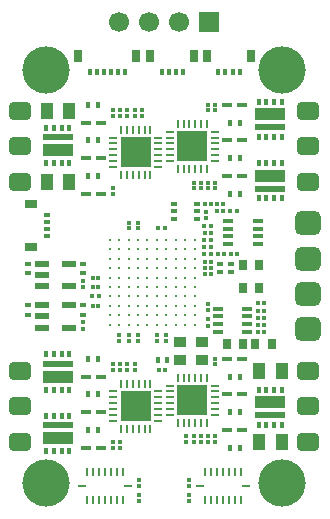
<source format=gbr>
G04*
G04 #@! TF.GenerationSoftware,Altium Limited,Altium Designer,24.8.2 (39)*
G04*
G04 Layer_Color=255*
%FSLAX25Y25*%
%MOIN*%
G70*
G04*
G04 #@! TF.SameCoordinates,487F02F3-95FA-4862-9DB4-007DCD7F3BB9*
G04*
G04*
G04 #@! TF.FilePolarity,Positive*
G04*
G01*
G75*
%ADD17R,0.01575X0.02362*%
%ADD18R,0.02756X0.04134*%
%ADD19R,0.04134X0.02756*%
%ADD20R,0.02362X0.01575*%
%ADD21R,0.02362X0.01654*%
%ADD22R,0.03661X0.01417*%
%ADD23R,0.09843X0.01968*%
%ADD24R,0.09843X0.03937*%
%ADD25R,0.04555X0.01929*%
%ADD26R,0.04626X0.01929*%
%ADD27R,0.03543X0.01772*%
G04:AMPARAMS|DCode=28|XSize=14.33mil|YSize=19.68mil|CornerRadius=3.58mil|HoleSize=0mil|Usage=FLASHONLY|Rotation=90.000|XOffset=0mil|YOffset=0mil|HoleType=Round|Shape=RoundedRectangle|*
%AMROUNDEDRECTD28*
21,1,0.01433,0.01252,0,0,90.0*
21,1,0.00717,0.01968,0,0,90.0*
1,1,0.00717,0.00626,0.00358*
1,1,0.00717,0.00626,-0.00358*
1,1,0.00717,-0.00626,-0.00358*
1,1,0.00717,-0.00626,0.00358*
%
%ADD28ROUNDEDRECTD28*%
%ADD29R,0.03150X0.00984*%
%ADD30R,0.00984X0.03150*%
%ADD31R,0.01575X0.02126*%
%ADD32R,0.03937X0.03543*%
%ADD33R,0.03937X0.05315*%
%ADD34R,0.02126X0.01575*%
%ADD35R,0.02756X0.03543*%
%ADD76R,0.01276X0.01451*%
%ADD77R,0.10039X0.10039*%
%ADD78R,0.01102X0.02618*%
%ADD79R,0.02618X0.01102*%
%ADD80R,0.01193X0.01276*%
%ADD81R,0.01451X0.01276*%
%ADD82R,0.01276X0.01193*%
%ADD83C,0.01260*%
%ADD85R,0.06693X0.06693*%
%ADD86C,0.06693*%
%ADD87C,0.15748*%
G04:AMPARAMS|DCode=88|XSize=86.61mil|YSize=78.74mil|CornerRadius=19.68mil|HoleSize=0mil|Usage=FLASHONLY|Rotation=0.000|XOffset=0mil|YOffset=0mil|HoleType=Round|Shape=RoundedRectangle|*
%AMROUNDEDRECTD88*
21,1,0.08661,0.03937,0,0,0.0*
21,1,0.04724,0.07874,0,0,0.0*
1,1,0.03937,0.02362,-0.01968*
1,1,0.03937,-0.02362,-0.01968*
1,1,0.03937,-0.02362,0.01968*
1,1,0.03937,0.02362,0.01968*
%
%ADD88ROUNDEDRECTD88*%
G04:AMPARAMS|DCode=89|XSize=74.8mil|YSize=59.06mil|CornerRadius=14.76mil|HoleSize=0mil|Usage=FLASHONLY|Rotation=0.000|XOffset=0mil|YOffset=0mil|HoleType=Round|Shape=RoundedRectangle|*
%AMROUNDEDRECTD89*
21,1,0.07480,0.02953,0,0,0.0*
21,1,0.04528,0.05906,0,0,0.0*
1,1,0.02953,0.02264,-0.01476*
1,1,0.02953,-0.02264,-0.01476*
1,1,0.02953,-0.02264,0.01476*
1,1,0.02953,0.02264,0.01476*
%
%ADD89ROUNDEDRECTD89*%
D17*
X26378Y148868D02*
D03*
X28741D02*
D03*
X31102D02*
D03*
X33465D02*
D03*
X35827D02*
D03*
X38189D02*
D03*
X50393D02*
D03*
X52755D02*
D03*
X55119D02*
D03*
X57481D02*
D03*
X69291D02*
D03*
X71653D02*
D03*
X74016D02*
D03*
X76378D02*
D03*
X82776Y127165D02*
D03*
X85335D02*
D03*
X87894D02*
D03*
X90453D02*
D03*
Y138976D02*
D03*
X87894D02*
D03*
X85335D02*
D03*
X82776D02*
D03*
Y118504D02*
D03*
X85335D02*
D03*
X87894D02*
D03*
X90453D02*
D03*
Y106693D02*
D03*
X87894D02*
D03*
X85335D02*
D03*
X82776D02*
D03*
Y42913D02*
D03*
X85335D02*
D03*
X87894D02*
D03*
X90453D02*
D03*
Y31102D02*
D03*
X87894D02*
D03*
X85335D02*
D03*
X82776D02*
D03*
X19587Y22441D02*
D03*
X17028D02*
D03*
X14469D02*
D03*
X11909D02*
D03*
Y34252D02*
D03*
X14469D02*
D03*
X17028D02*
D03*
X19587D02*
D03*
Y54724D02*
D03*
X17028D02*
D03*
X14469D02*
D03*
X11909D02*
D03*
Y42913D02*
D03*
X14469D02*
D03*
X17028D02*
D03*
X19587D02*
D03*
Y118504D02*
D03*
X17028D02*
D03*
X14469D02*
D03*
X11909D02*
D03*
Y130315D02*
D03*
X14469D02*
D03*
X17028D02*
D03*
X19587D02*
D03*
D18*
X41929Y154281D02*
D03*
X22638D02*
D03*
X46654D02*
D03*
X61221D02*
D03*
X65551D02*
D03*
X80118D02*
D03*
D19*
X6742Y90354D02*
D03*
Y104921D02*
D03*
D20*
X12155Y94094D02*
D03*
Y96456D02*
D03*
Y98819D02*
D03*
Y101181D02*
D03*
D21*
X54528Y104921D02*
D03*
Y102362D02*
D03*
Y99803D02*
D03*
X62008D02*
D03*
Y102362D02*
D03*
Y104921D02*
D03*
D22*
X72303Y137795D02*
D03*
X77303D02*
D03*
Y125984D02*
D03*
X72303D02*
D03*
Y114173D02*
D03*
X77303D02*
D03*
X25059Y23622D02*
D03*
X30059D02*
D03*
Y35433D02*
D03*
X25059D02*
D03*
Y47244D02*
D03*
X30059D02*
D03*
Y108268D02*
D03*
X25059D02*
D03*
Y120079D02*
D03*
X30059D02*
D03*
Y131890D02*
D03*
X25059D02*
D03*
X77303Y53150D02*
D03*
X72303D02*
D03*
Y41339D02*
D03*
X77303D02*
D03*
Y29528D02*
D03*
X72303D02*
D03*
D23*
X86615Y130433D02*
D03*
Y109961D02*
D03*
Y34370D02*
D03*
X15747Y30984D02*
D03*
Y51456D02*
D03*
Y127047D02*
D03*
D24*
X86615Y134725D02*
D03*
Y114253D02*
D03*
Y38662D02*
D03*
X15747Y26692D02*
D03*
Y47164D02*
D03*
Y122755D02*
D03*
D25*
X10419Y84842D02*
D03*
Y81102D02*
D03*
Y77362D02*
D03*
Y63583D02*
D03*
Y67323D02*
D03*
Y71063D02*
D03*
D26*
X19503Y77362D02*
D03*
Y84842D02*
D03*
Y71063D02*
D03*
Y63583D02*
D03*
D27*
X72599Y91437D02*
D03*
Y93996D02*
D03*
Y96555D02*
D03*
Y99114D02*
D03*
X82520D02*
D03*
Y96555D02*
D03*
Y93996D02*
D03*
Y91437D02*
D03*
X69055Y69980D02*
D03*
Y67421D02*
D03*
Y64862D02*
D03*
Y62303D02*
D03*
X78976D02*
D03*
Y64862D02*
D03*
Y67421D02*
D03*
Y69980D02*
D03*
D28*
X73425Y82185D02*
D03*
X69882Y84744D02*
D03*
Y82185D02*
D03*
X73425Y84744D02*
D03*
D29*
X63327Y10827D02*
D03*
X78405D02*
D03*
X39035D02*
D03*
X23957D02*
D03*
D30*
X64969Y6103D02*
D03*
X66937D02*
D03*
X68906D02*
D03*
X70874D02*
D03*
X72843D02*
D03*
X74811D02*
D03*
X76780D02*
D03*
Y15551D02*
D03*
X74811D02*
D03*
X72843D02*
D03*
X70874D02*
D03*
X68906D02*
D03*
X66937D02*
D03*
X64969D02*
D03*
X25599D02*
D03*
X27567D02*
D03*
X29536D02*
D03*
X31504D02*
D03*
X33473D02*
D03*
X35441D02*
D03*
X37410D02*
D03*
Y6103D02*
D03*
X35441D02*
D03*
X33473D02*
D03*
X31504D02*
D03*
X29536D02*
D03*
X27567D02*
D03*
X25599D02*
D03*
D31*
X29134Y114173D02*
D03*
X25984D02*
D03*
X29134Y137795D02*
D03*
X25984D02*
D03*
X29134Y125984D02*
D03*
X25984D02*
D03*
X73228Y120079D02*
D03*
X76378D02*
D03*
X73228Y131890D02*
D03*
X76378D02*
D03*
X73228Y108268D02*
D03*
X76378D02*
D03*
Y23622D02*
D03*
X73228D02*
D03*
X76378Y35433D02*
D03*
X73228D02*
D03*
X76378Y47244D02*
D03*
X73228D02*
D03*
X25984Y53150D02*
D03*
X29134D02*
D03*
X25984Y41339D02*
D03*
X29134D02*
D03*
X25984Y29528D02*
D03*
X29134D02*
D03*
X52165Y52953D02*
D03*
X49016D02*
D03*
D32*
X56496Y52952D02*
D03*
X63976D02*
D03*
Y58859D02*
D03*
X56496D02*
D03*
D33*
X82874Y49213D02*
D03*
X90354D02*
D03*
X82874Y25591D02*
D03*
X90354D02*
D03*
X12007Y135827D02*
D03*
X19488D02*
D03*
X12008Y112205D02*
D03*
X19488D02*
D03*
D34*
X24016Y71063D02*
D03*
Y67913D02*
D03*
Y84842D02*
D03*
Y81693D02*
D03*
X5906Y71063D02*
D03*
Y67913D02*
D03*
Y84842D02*
D03*
Y81693D02*
D03*
D35*
X82874Y76968D02*
D03*
X77362D02*
D03*
X81496Y58268D02*
D03*
X87008D02*
D03*
X77559D02*
D03*
X72047D02*
D03*
X82874Y84449D02*
D03*
X77362D02*
D03*
D76*
X42913Y12891D02*
D03*
Y10731D02*
D03*
Y5810D02*
D03*
Y7970D02*
D03*
X65158Y100101D02*
D03*
Y102261D02*
D03*
X24016Y63290D02*
D03*
Y65450D02*
D03*
Y77070D02*
D03*
Y79230D02*
D03*
X59449Y10731D02*
D03*
Y12891D02*
D03*
Y7970D02*
D03*
Y5810D02*
D03*
X65748Y64274D02*
D03*
Y66434D02*
D03*
D77*
X60630Y124016D02*
D03*
X41732Y37402D02*
D03*
Y122047D02*
D03*
X60630Y39370D02*
D03*
D78*
X55709Y131526D02*
D03*
X57677D02*
D03*
X59646D02*
D03*
X61614D02*
D03*
X63583D02*
D03*
X65551D02*
D03*
Y116506D02*
D03*
X63583D02*
D03*
X61614D02*
D03*
X59646D02*
D03*
X57677D02*
D03*
X55709D02*
D03*
X46653Y44912D02*
D03*
X44685D02*
D03*
X42716D02*
D03*
X40748D02*
D03*
X38779D02*
D03*
X36811D02*
D03*
Y29892D02*
D03*
X38779D02*
D03*
X40748D02*
D03*
X42716D02*
D03*
X44685D02*
D03*
X46653D02*
D03*
Y114537D02*
D03*
X44685D02*
D03*
X42716D02*
D03*
X40748D02*
D03*
X38779D02*
D03*
X36811D02*
D03*
Y129557D02*
D03*
X38779D02*
D03*
X40748D02*
D03*
X42716D02*
D03*
X44685D02*
D03*
X46653D02*
D03*
X55709Y31860D02*
D03*
X57677D02*
D03*
X59646D02*
D03*
X61614D02*
D03*
X63583D02*
D03*
X65551D02*
D03*
Y46880D02*
D03*
X63583D02*
D03*
X61614D02*
D03*
X59646D02*
D03*
X57677D02*
D03*
X55709D02*
D03*
D79*
X68140Y128937D02*
D03*
Y126969D02*
D03*
Y125000D02*
D03*
Y123032D02*
D03*
Y121063D02*
D03*
Y119095D02*
D03*
X53120D02*
D03*
Y121063D02*
D03*
Y123032D02*
D03*
Y125000D02*
D03*
Y126969D02*
D03*
Y128937D02*
D03*
X49242Y32481D02*
D03*
Y34449D02*
D03*
Y36418D02*
D03*
Y38386D02*
D03*
Y40355D02*
D03*
Y42323D02*
D03*
X34222D02*
D03*
Y40355D02*
D03*
Y38386D02*
D03*
Y36418D02*
D03*
Y34449D02*
D03*
Y32481D02*
D03*
Y117126D02*
D03*
Y119094D02*
D03*
Y121063D02*
D03*
Y123031D02*
D03*
Y125000D02*
D03*
Y126968D02*
D03*
X49242D02*
D03*
Y125000D02*
D03*
Y123031D02*
D03*
Y121063D02*
D03*
Y119094D02*
D03*
Y117126D02*
D03*
X53120Y44291D02*
D03*
Y42323D02*
D03*
Y40354D02*
D03*
Y38386D02*
D03*
Y36417D02*
D03*
Y34449D02*
D03*
X68140D02*
D03*
Y36417D02*
D03*
Y38386D02*
D03*
Y40354D02*
D03*
Y42323D02*
D03*
Y44291D02*
D03*
D80*
X84416Y64567D02*
D03*
X82514D02*
D03*
X66699Y85433D02*
D03*
X64797D02*
D03*
X66699Y83465D02*
D03*
X64797D02*
D03*
X66699Y81496D02*
D03*
X64797D02*
D03*
X84416Y71653D02*
D03*
X82514D02*
D03*
X64994Y104921D02*
D03*
X66896D02*
D03*
X70833Y102362D02*
D03*
X68931D02*
D03*
Y104921D02*
D03*
X70833D02*
D03*
X66699Y95276D02*
D03*
X64797D02*
D03*
X73458Y88189D02*
D03*
X75361D02*
D03*
X84416Y69291D02*
D03*
X82514D02*
D03*
X69128Y88189D02*
D03*
X71030D02*
D03*
X29298Y77165D02*
D03*
X27395D02*
D03*
X29298Y80315D02*
D03*
X27395D02*
D03*
X29298Y70866D02*
D03*
X27395D02*
D03*
D81*
X64668Y90551D02*
D03*
X66828D02*
D03*
X51474Y96850D02*
D03*
X49314D02*
D03*
X73329Y102362D02*
D03*
X75489D02*
D03*
X84545Y62205D02*
D03*
X82385D02*
D03*
X84545Y66929D02*
D03*
X82385D02*
D03*
X64668Y97638D02*
D03*
X66828D02*
D03*
X64668Y92913D02*
D03*
X66828D02*
D03*
X29427Y74016D02*
D03*
X27266D02*
D03*
X49511Y49606D02*
D03*
X51671D02*
D03*
X66828Y88189D02*
D03*
X64668D02*
D03*
D82*
X34252Y110006D02*
D03*
Y108104D02*
D03*
X61024Y111975D02*
D03*
Y110073D02*
D03*
X63386Y111975D02*
D03*
Y110073D02*
D03*
X65748Y111975D02*
D03*
Y110073D02*
D03*
X34252Y25361D02*
D03*
Y23458D02*
D03*
X42520Y60990D02*
D03*
Y59088D02*
D03*
X39370Y60990D02*
D03*
Y59088D02*
D03*
X36220Y60990D02*
D03*
Y59088D02*
D03*
X39370Y96687D02*
D03*
Y98589D02*
D03*
X42520Y96687D02*
D03*
Y98589D02*
D03*
X48819Y60990D02*
D03*
Y59088D02*
D03*
X51968Y60990D02*
D03*
Y59088D02*
D03*
X58661Y25427D02*
D03*
Y27329D02*
D03*
X63386Y25427D02*
D03*
Y27329D02*
D03*
X41339Y135990D02*
D03*
Y134088D02*
D03*
Y51345D02*
D03*
Y49443D02*
D03*
X36614Y51345D02*
D03*
Y49443D02*
D03*
X65748Y25427D02*
D03*
Y27329D02*
D03*
X68110Y53313D02*
D03*
Y51411D02*
D03*
X34252Y135990D02*
D03*
Y134088D02*
D03*
Y51345D02*
D03*
Y49443D02*
D03*
X36614Y23458D02*
D03*
Y25361D02*
D03*
X68110Y137959D02*
D03*
Y136057D02*
D03*
X61024Y25427D02*
D03*
Y27329D02*
D03*
X43701Y135990D02*
D03*
Y134088D02*
D03*
X38976Y135990D02*
D03*
Y134088D02*
D03*
Y51345D02*
D03*
Y49443D02*
D03*
X68110Y25427D02*
D03*
Y27329D02*
D03*
X36614Y135990D02*
D03*
Y134088D02*
D03*
X68110Y110073D02*
D03*
Y111975D02*
D03*
X65748Y137959D02*
D03*
Y136057D02*
D03*
Y69521D02*
D03*
Y71423D02*
D03*
D83*
X61417Y64567D02*
D03*
X58268D02*
D03*
X55118D02*
D03*
X51968D02*
D03*
X48819D02*
D03*
X45669D02*
D03*
X42520D02*
D03*
X39370D02*
D03*
X36220D02*
D03*
X33071D02*
D03*
X61417Y67716D02*
D03*
X58268D02*
D03*
X55118D02*
D03*
X51968D02*
D03*
X48819D02*
D03*
X45669D02*
D03*
X42520D02*
D03*
X39370D02*
D03*
X36220D02*
D03*
X33071D02*
D03*
X61417Y70866D02*
D03*
X58268D02*
D03*
X55118D02*
D03*
X51968D02*
D03*
X48819D02*
D03*
X45669D02*
D03*
X42520D02*
D03*
X39370D02*
D03*
X36220D02*
D03*
X33071D02*
D03*
X61417Y74016D02*
D03*
X58268D02*
D03*
X55118D02*
D03*
X51968D02*
D03*
X48819D02*
D03*
X45669D02*
D03*
X42520D02*
D03*
X39370D02*
D03*
X36220D02*
D03*
X33071D02*
D03*
X61417Y77165D02*
D03*
X58268D02*
D03*
X55118D02*
D03*
X51968D02*
D03*
X48819D02*
D03*
X45669D02*
D03*
X42520D02*
D03*
X39370D02*
D03*
X36220D02*
D03*
X33071D02*
D03*
X61417Y80315D02*
D03*
X58268D02*
D03*
X55118D02*
D03*
X51968D02*
D03*
X48819D02*
D03*
X45669D02*
D03*
X42520D02*
D03*
X39370D02*
D03*
X36220D02*
D03*
X33071D02*
D03*
X61417Y83464D02*
D03*
X58268D02*
D03*
X55118D02*
D03*
X51968D02*
D03*
X48819D02*
D03*
X45669D02*
D03*
X42520D02*
D03*
X39370D02*
D03*
X36220D02*
D03*
X33071D02*
D03*
X61417Y86614D02*
D03*
X58268D02*
D03*
X55118D02*
D03*
X51968D02*
D03*
X48819D02*
D03*
X45669D02*
D03*
X42520D02*
D03*
X39370D02*
D03*
X36220D02*
D03*
X33071D02*
D03*
X61417Y89764D02*
D03*
X58268D02*
D03*
X55118D02*
D03*
X51968D02*
D03*
X48819D02*
D03*
X45669D02*
D03*
X42520D02*
D03*
X39370D02*
D03*
X36220D02*
D03*
X33071D02*
D03*
X61417Y92913D02*
D03*
X58268D02*
D03*
X55118D02*
D03*
X51968D02*
D03*
X48819D02*
D03*
X45669D02*
D03*
X42520D02*
D03*
X39370D02*
D03*
X36220D02*
D03*
X33071D02*
D03*
D85*
X66181Y165354D02*
D03*
D86*
X56181D02*
D03*
X46181D02*
D03*
X36181D02*
D03*
D87*
X11811Y149606D02*
D03*
X90551D02*
D03*
X11811Y11811D02*
D03*
X90551D02*
D03*
D88*
X99213Y98425D02*
D03*
Y86614D02*
D03*
Y74803D02*
D03*
Y62992D02*
D03*
D89*
X3150Y124016D02*
D03*
Y112205D02*
D03*
Y135827D02*
D03*
Y25591D02*
D03*
Y49213D02*
D03*
Y37402D02*
D03*
X99213Y124016D02*
D03*
Y135827D02*
D03*
Y112205D02*
D03*
Y49213D02*
D03*
Y25591D02*
D03*
Y37402D02*
D03*
M02*

</source>
